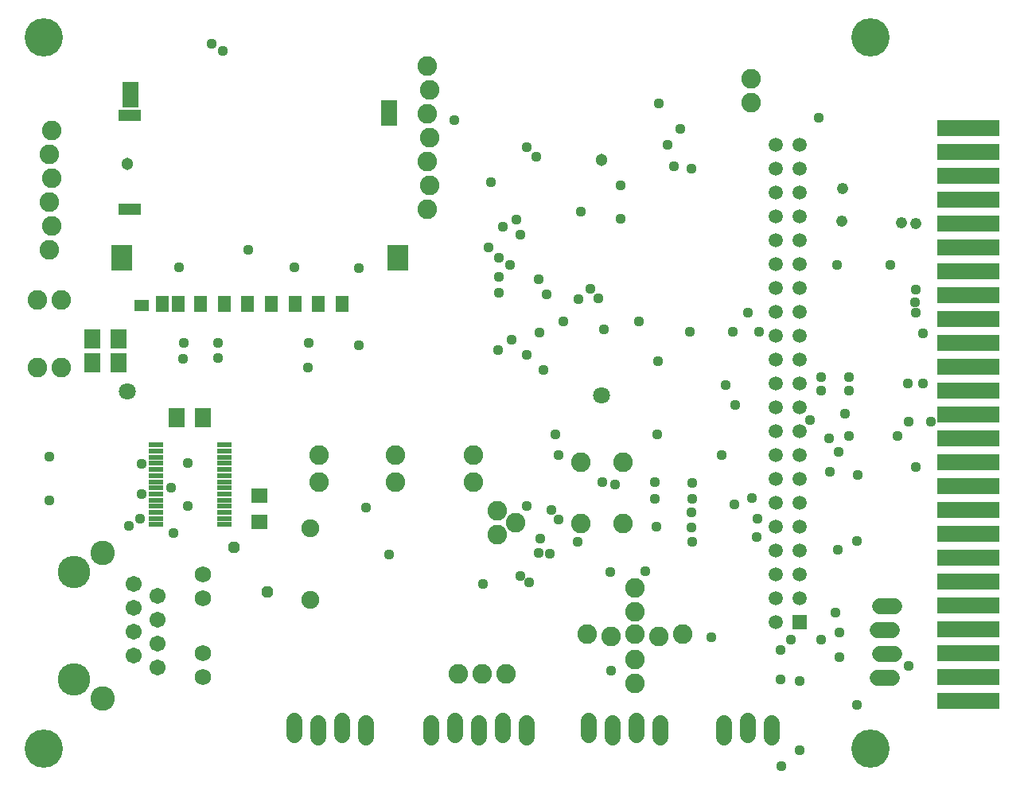
<source format=gbs>
G75*
G70*
%OFA0B0*%
%FSLAX24Y24*%
%IPPOS*%
%LPD*%
%AMOC8*
5,1,8,0,0,1.08239X$1,22.5*
%
%ADD10C,0.1600*%
%ADD11R,0.0671X0.1064*%
%ADD12R,0.0940X0.0500*%
%ADD13R,0.0867X0.1064*%
%ADD14R,0.0592X0.0513*%
%ADD15R,0.0552X0.0671*%
%ADD16C,0.0820*%
%ADD17C,0.0680*%
%ADD18R,0.0630X0.0217*%
%ADD19R,0.0710X0.0789*%
%ADD20R,0.0710X0.0631*%
%ADD21C,0.0710*%
%ADD22C,0.0513*%
%ADD23R,0.2630X0.0680*%
%ADD24C,0.1025*%
%ADD25C,0.1360*%
%ADD26C,0.0671*%
%ADD27C,0.0680*%
%ADD28C,0.0749*%
%ADD29R,0.0595X0.0595*%
%ADD30C,0.0595*%
%ADD31C,0.0437*%
%ADD32C,0.0476*%
%ADD33OC8,0.0476*%
D10*
X003094Y001796D03*
X037724Y001796D03*
X037724Y031596D03*
X003094Y031596D03*
D11*
X006742Y029211D03*
X017569Y028453D03*
D12*
X006710Y028345D03*
X006710Y024408D03*
D13*
X006387Y022361D03*
X017923Y022361D03*
D14*
X007199Y020373D03*
D15*
X008069Y020443D03*
X008734Y020451D03*
X009686Y020451D03*
X010671Y020451D03*
X011655Y020451D03*
X012639Y020451D03*
X013623Y020451D03*
X014608Y020451D03*
X015592Y020451D03*
D16*
X019162Y024410D03*
X019262Y025410D03*
X019162Y026410D03*
X019262Y027410D03*
X019162Y028410D03*
X019262Y029410D03*
X019162Y030410D03*
X032723Y029860D03*
X032723Y028860D03*
X021111Y014095D03*
X021111Y012955D03*
X022118Y011778D03*
X022868Y011278D03*
X022118Y010778D03*
X025594Y011245D03*
X027374Y011245D03*
X027374Y013805D03*
X025594Y013805D03*
X027863Y008542D03*
X027863Y007542D03*
X027863Y006592D03*
X028863Y006492D03*
X029863Y006592D03*
X027863Y005542D03*
X027863Y004542D03*
X026863Y006492D03*
X025863Y006592D03*
X022484Y004946D03*
X021484Y004946D03*
X020484Y004946D03*
X017844Y012955D03*
X017844Y014095D03*
X014641Y014095D03*
X014641Y012955D03*
X003854Y017764D03*
X002854Y017764D03*
X002854Y020592D03*
X003854Y020592D03*
X003354Y022704D03*
X003454Y023704D03*
X003354Y024704D03*
X003454Y025704D03*
X003354Y026704D03*
X003454Y027704D03*
D17*
X013594Y002956D02*
X013594Y002356D01*
X014594Y002256D02*
X014594Y002856D01*
X015594Y002956D02*
X015594Y002356D01*
X016594Y002256D02*
X016594Y002856D01*
X019344Y002856D02*
X019344Y002256D01*
X020344Y002356D02*
X020344Y002956D01*
X021344Y002856D02*
X021344Y002256D01*
X022344Y002356D02*
X022344Y002956D01*
X023344Y002856D02*
X023344Y002256D01*
X025939Y002356D02*
X025939Y002956D01*
X026939Y002856D02*
X026939Y002256D01*
X027939Y002356D02*
X027939Y002956D01*
X028939Y002856D02*
X028939Y002256D01*
X031594Y002256D02*
X031594Y002856D01*
X032594Y002956D02*
X032594Y002356D01*
X033594Y002256D02*
X033594Y002856D01*
X038024Y004756D02*
X038624Y004756D01*
X038724Y005756D02*
X038124Y005756D01*
X038024Y006756D02*
X038624Y006756D01*
X038724Y007756D02*
X038124Y007756D01*
D18*
X010675Y011196D03*
X010675Y011452D03*
X010675Y011708D03*
X010675Y011964D03*
X010675Y012220D03*
X010675Y012476D03*
X010675Y012731D03*
X010675Y012987D03*
X010675Y013243D03*
X010675Y013499D03*
X010675Y013755D03*
X010675Y014011D03*
X010675Y014267D03*
X010675Y014523D03*
X007796Y014523D03*
X007796Y014267D03*
X007796Y014011D03*
X007796Y013755D03*
X007796Y013499D03*
X007796Y013243D03*
X007796Y012987D03*
X007796Y012731D03*
X007796Y012476D03*
X007796Y012220D03*
X007796Y011964D03*
X007796Y011708D03*
X007796Y011452D03*
X007796Y011196D03*
D19*
X008661Y015662D03*
X009764Y015662D03*
X006234Y017966D03*
X005132Y017966D03*
X005135Y018964D03*
X006237Y018964D03*
D20*
X012136Y012408D03*
X012136Y011305D03*
D21*
X006619Y016772D03*
X026462Y016614D03*
D22*
X026462Y026457D03*
X006619Y026299D03*
D23*
X041844Y026796D03*
X041844Y025796D03*
X041844Y024796D03*
X041844Y023796D03*
X041844Y022796D03*
X041844Y021796D03*
X041844Y020796D03*
X041844Y019796D03*
X041844Y018796D03*
X041844Y017796D03*
X041844Y016796D03*
X041844Y015796D03*
X041844Y014796D03*
X041844Y013796D03*
X041844Y012796D03*
X041844Y011796D03*
X041844Y010796D03*
X041844Y009796D03*
X041844Y008796D03*
X041844Y007796D03*
X041844Y006796D03*
X041844Y005796D03*
X041844Y004796D03*
X041844Y003796D03*
X041844Y027796D03*
D24*
X005564Y009996D03*
X005564Y003896D03*
D25*
X004364Y004696D03*
X004364Y009196D03*
D26*
X006864Y008696D03*
X007864Y008196D03*
X006864Y007696D03*
X007864Y007196D03*
X006864Y006696D03*
X007864Y006196D03*
X006864Y005696D03*
X007864Y005196D03*
D27*
X009764Y004796D03*
X009764Y005796D03*
X009764Y008096D03*
X009764Y009096D03*
D28*
X014266Y008027D03*
X014266Y011027D03*
D29*
X034784Y007096D03*
D30*
X033784Y007096D03*
X033784Y008096D03*
X034784Y008096D03*
X034784Y009096D03*
X033784Y009096D03*
X033784Y010096D03*
X034784Y010096D03*
X034784Y011096D03*
X033784Y011096D03*
X033784Y012096D03*
X034784Y012096D03*
X034784Y013096D03*
X033784Y013096D03*
X033784Y014096D03*
X034784Y014096D03*
X034784Y015096D03*
X033784Y015096D03*
X033784Y016096D03*
X034784Y016096D03*
X034784Y017096D03*
X033784Y017096D03*
X033784Y018096D03*
X034784Y018096D03*
X034784Y019096D03*
X033784Y019096D03*
X033784Y020096D03*
X034784Y020096D03*
X034784Y021096D03*
X033784Y021096D03*
X033784Y022096D03*
X034784Y022096D03*
X034784Y023096D03*
X033784Y023096D03*
X033784Y024096D03*
X034784Y024096D03*
X034784Y025096D03*
X033784Y025096D03*
X033784Y026096D03*
X034784Y026096D03*
X034784Y027096D03*
X033784Y027096D03*
D31*
X035579Y028238D03*
X030244Y026096D03*
X029504Y026216D03*
X029244Y027096D03*
X029784Y027756D03*
X028874Y028848D03*
X027286Y025403D03*
X025604Y024316D03*
X027284Y023996D03*
X023831Y021468D03*
X024178Y020834D03*
X024870Y019693D03*
X023864Y019236D03*
X023324Y018313D03*
X022704Y018926D03*
X022142Y018518D03*
X024024Y017666D03*
X026586Y019365D03*
X028045Y019703D03*
X026325Y020660D03*
X026002Y021058D03*
X025514Y020633D03*
X022640Y022058D03*
X022185Y022368D03*
X021734Y022796D03*
X022328Y023676D03*
X022908Y023978D03*
X023085Y023347D03*
X022160Y021577D03*
X022160Y020907D03*
X016309Y021940D03*
X013612Y021984D03*
X011659Y022698D03*
X008771Y021984D03*
X008967Y018816D03*
X008946Y018135D03*
X010405Y018155D03*
X010415Y018803D03*
X014189Y018807D03*
X014173Y017767D03*
X016296Y018706D03*
X009148Y013756D03*
X008436Y012731D03*
X009148Y011987D03*
X008552Y010850D03*
X007146Y011454D03*
X006658Y011150D03*
X007211Y012479D03*
X007211Y013750D03*
X003335Y014029D03*
X003335Y012219D03*
X016589Y011918D03*
X017561Y009926D03*
X021509Y008713D03*
X023065Y009030D03*
X023443Y008772D03*
X023846Y010015D03*
X024317Y009982D03*
X023903Y010593D03*
X024687Y011415D03*
X024358Y011801D03*
X023340Y011961D03*
X025457Y010468D03*
X026831Y009205D03*
X028300Y009229D03*
X030258Y010477D03*
X030255Y011082D03*
X030250Y011711D03*
X030259Y012276D03*
X030269Y012926D03*
X031504Y014096D03*
X032765Y012298D03*
X032044Y012027D03*
X033014Y011450D03*
X032966Y010681D03*
X036380Y010132D03*
X037164Y010516D03*
X037192Y013256D03*
X036024Y013416D03*
X036404Y014236D03*
X036004Y014796D03*
X036844Y014896D03*
X036680Y015840D03*
X036824Y016796D03*
X036824Y017376D03*
X035664Y017376D03*
X035664Y016796D03*
X035191Y015571D03*
X032060Y016197D03*
X031684Y017036D03*
X028837Y018027D03*
X030171Y019281D03*
X031986Y019278D03*
X032611Y020076D03*
X033079Y019272D03*
X036324Y022076D03*
X038564Y022056D03*
X039624Y021036D03*
X039612Y020520D03*
X039624Y020076D03*
X039924Y019196D03*
X039924Y017116D03*
X039304Y017116D03*
X039344Y015496D03*
X038869Y014916D03*
X040276Y015496D03*
X039649Y013592D03*
X036276Y007507D03*
X036430Y006677D03*
X035672Y006371D03*
X036440Y005643D03*
X034787Y004652D03*
X033973Y004707D03*
X033964Y005936D03*
X034405Y006364D03*
X031082Y006478D03*
X026857Y005065D03*
X034012Y001078D03*
X034788Y001742D03*
X037174Y003644D03*
X039325Y005273D03*
X028788Y011090D03*
X028712Y012286D03*
X028706Y012974D03*
X027029Y012868D03*
X026506Y012969D03*
X024685Y014099D03*
X024524Y014980D03*
X028789Y014980D03*
X021854Y025536D03*
X023344Y026996D03*
X023744Y026596D03*
X020305Y028145D03*
X010590Y031050D03*
X010140Y031351D03*
D32*
X036584Y025256D03*
X036544Y023916D03*
X039024Y023836D03*
X039624Y023816D03*
D33*
X012484Y008356D03*
X011084Y010246D03*
M02*

</source>
